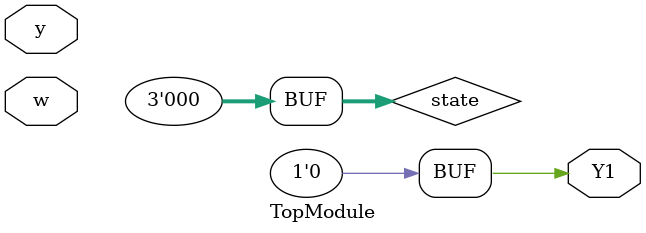
<source format=sv>

module TopModule (
    input [2:0] y,
    input w,
    output reg Y1
);

reg [2:0] state;

// Next-state logic
always @(*) begin
    case(state)
        3'b000: begin // State A
            if (w)
                state <= 3'b000; // A (0) --1--> A
            else
                state <= 3'b001; // A (0) --0--> B
        end
        3'b001: begin // State B
            if (w)
                state <= 3'b011; // B (0) --1--> D
            else
                state <= 3'b010; // B (0) --0--> C
        end
        3'b010: begin // State C
            if (w)
                state <= 3'b011; // C (0) --1--> D
            else
                state <= 3'b100; // C (0) --0--> E
        end
        3'b011: begin // State D
            if (w)
                state <= 3'b001; // D (0) --1--> A
            else
                state <= 3'b101; // D (0) --0--> F
        end
        3'b100: begin // State E
            if (w)
                state <= 3'b011; // E (1) --1--> D
            else
                state <= 3'b100; // E (1) --0--> E
        end
        3'b101: begin // State F
            if (w)
                state <= 3'b011; // F (1) --1--> D
            else
                state <= 3'b010; // F (1) --0--> C
        end
        default: state <= 3'b000; // Default case state A
    endcase
end

// Output logic
always @(*) begin
    if (state == 3'b001 || state == 3'b011 || state == 3'b101)
        Y1 = 1;
    else
        Y1 = 0;
end


endmodule
</source>
